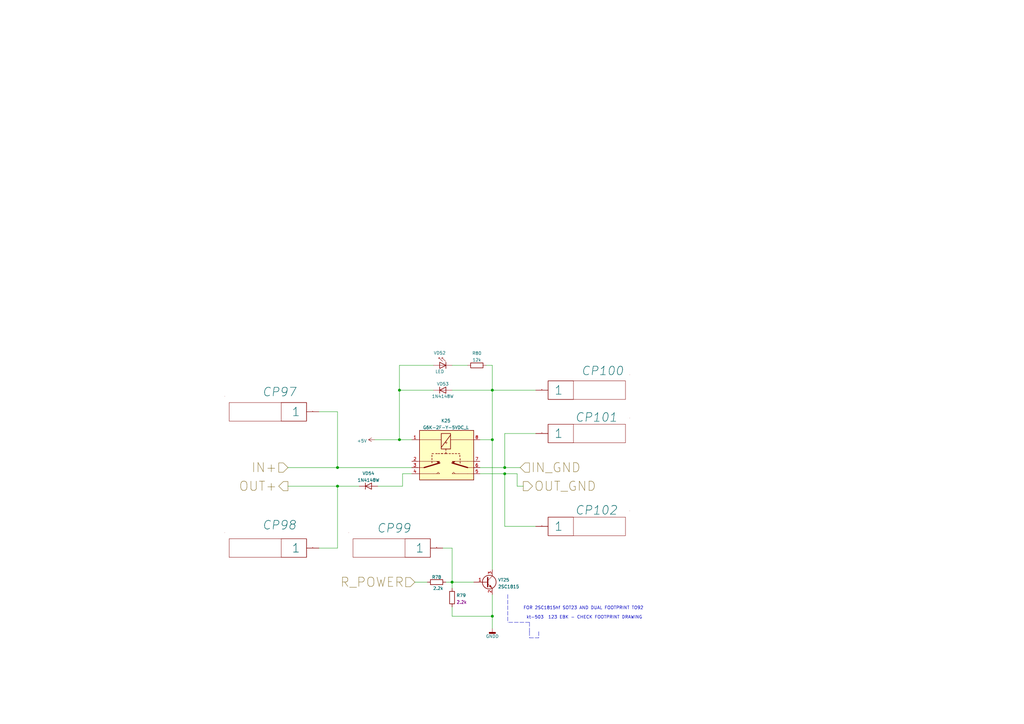
<source format=kicad_sch>
(kicad_sch (version 20210621) (generator eeschema)

  (uuid a390c40a-aa60-472e-b207-21925f174bb1)

  (paper "A3")

  (title_block
    (title "Seebeck measurement system (longitudinally)")
    (comment 1 "RUST.ZM-12.402.01.00")
  )

  (lib_symbols
    (symbol "my_Library:12k" (pin_numbers hide) (pin_names (offset 0)) (in_bom yes) (on_board yes)
      (property "Reference" "R" (id 0) (at 0 2.032 0)
        (effects (font (size 1.27 1.27)))
      )
      (property "Value" "12k" (id 1) (at 0.635 -2.54 0)
        (effects (font (size 1.27 1.27)))
      )
      (property "Footprint" "my_Library_ftprint:R_0805_2012Metric" (id 2) (at 0 -1.778 0)
        (effects (font (size 1.27 1.27)) hide)
      )
      (property "Datasheet" "~" (id 3) (at 0 0 90)
        (effects (font (size 1.27 1.27)) hide)
      )
      (property "ki_keywords" "R res resistor" (id 4) (at 0 0 0)
        (effects (font (size 1.27 1.27)) hide)
      )
      (property "ki_description" "Resistor" (id 5) (at 0 0 0)
        (effects (font (size 1.27 1.27)) hide)
      )
      (property "ki_fp_filters" "R_*" (id 6) (at 0 0 0)
        (effects (font (size 1.27 1.27)) hide)
      )
      (symbol "12k_0_1"
        (rectangle (start 2.54 -1.016) (end -2.54 1.016)
          (stroke (width 0.254)) (fill (type none))
        )
      )
      (symbol "12k_1_1"
        (pin passive line (at -3.81 0 0) (length 1.27)
          (name "~" (effects (font (size 1.27 1.27))))
          (number "1" (effects (font (size 1.27 1.27))))
        )
        (pin passive line (at 3.81 0 180) (length 1.27)
          (name "~" (effects (font (size 1.27 1.27))))
          (number "2" (effects (font (size 1.27 1.27))))
        )
      )
    )
    (symbol "my_Library:1N4148W" (pin_numbers hide) (pin_names (offset 1.016) hide) (in_bom yes) (on_board yes)
      (property "Reference" "VD" (id 0) (at 0 2.54 0)
        (effects (font (size 1.27 1.27)))
      )
      (property "Value" "1N4148W" (id 1) (at 0 -2.54 0)
        (effects (font (size 1.27 1.27)))
      )
      (property "Footprint" "my_Library_ftprint:D_SOD-123" (id 2) (at 0 -4.445 0)
        (effects (font (size 1.27 1.27)) hide)
      )
      (property "Datasheet" "https://assets.nexperia.com/documents/data-sheet/1N4148_1N4448.pdf" (id 3) (at 0 0 0)
        (effects (font (size 1.27 1.27)) hide)
      )
      (property "ki_keywords" "diode" (id 4) (at 0 0 0)
        (effects (font (size 1.27 1.27)) hide)
      )
      (property "ki_description" "100V 0.15A standard switching diode, DO-35" (id 5) (at 0 0 0)
        (effects (font (size 1.27 1.27)) hide)
      )
      (property "ki_fp_filters" "D*DO?35*" (id 6) (at 0 0 0)
        (effects (font (size 1.27 1.27)) hide)
      )
      (symbol "1N4148W_0_1"
        (polyline
          (pts
            (xy -1.27 1.27)
            (xy -1.27 -1.27)
          )
          (stroke (width 0.254)) (fill (type none))
        )
        (polyline
          (pts
            (xy 1.27 0)
            (xy -1.27 0)
          )
          (stroke (width 0)) (fill (type none))
        )
        (polyline
          (pts
            (xy 1.27 1.27)
            (xy 1.27 -1.27)
            (xy -1.27 0)
            (xy 1.27 1.27)
          )
          (stroke (width 0.254)) (fill (type none))
        )
      )
      (symbol "1N4148W_1_1"
        (pin passive line (at -3.81 0 0) (length 2.54)
          (name "K" (effects (font (size 1.27 1.27))))
          (number "1" (effects (font (size 1.27 1.27))))
        )
        (pin passive line (at 3.81 0 180) (length 2.54)
          (name "A" (effects (font (size 1.27 1.27))))
          (number "2" (effects (font (size 1.27 1.27))))
        )
      )
    )
    (symbol "my_Library:2.2k" (pin_numbers hide) (pin_names (offset 0)) (in_bom yes) (on_board yes)
      (property "Reference" "R" (id 0) (at 0 2.032 0)
        (effects (font (size 1.27 1.27)))
      )
      (property "Value" "2.2k" (id 1) (at 0.635 -2.54 0)
        (effects (font (size 1.27 1.27)))
      )
      (property "Footprint" "my_Library_ftprint:R_0805_2012Metric" (id 2) (at 0 -1.778 0)
        (effects (font (size 1.27 1.27)) hide)
      )
      (property "Datasheet" "~" (id 3) (at 0 0 90)
        (effects (font (size 1.27 1.27)) hide)
      )
      (property "ki_keywords" "R res resistor" (id 4) (at 0 0 0)
        (effects (font (size 1.27 1.27)) hide)
      )
      (property "ki_description" "Resistor" (id 5) (at 0 0 0)
        (effects (font (size 1.27 1.27)) hide)
      )
      (property "ki_fp_filters" "R_*" (id 6) (at 0 0 0)
        (effects (font (size 1.27 1.27)) hide)
      )
      (symbol "2.2k_0_1"
        (rectangle (start 2.54 -1.016) (end -2.54 1.016)
          (stroke (width 0.254)) (fill (type none))
        )
      )
      (symbol "2.2k_1_1"
        (pin passive line (at -3.81 0 0) (length 1.27)
          (name "~" (effects (font (size 1.27 1.27))))
          (number "1" (effects (font (size 1.27 1.27))))
        )
        (pin passive line (at 3.81 0 180) (length 1.27)
          (name "~" (effects (font (size 1.27 1.27))))
          (number "2" (effects (font (size 1.27 1.27))))
        )
      )
    )
    (symbol "my_Library:2.2kvert" (pin_numbers hide) (pin_names (offset 0)) (in_bom yes) (on_board yes)
      (property "Reference" "R" (id 0) (at 3.175 1.905 0)
        (effects (font (size 1.27 1.27)))
      )
      (property "Value" "2.2kvert" (id 1) (at -7.62 0 0)
        (effects (font (size 1.27 1.27)) hide)
      )
      (property "Footprint" "my_Library_ftprint:R_0805_2012Metric" (id 2) (at -1.778 0 90)
        (effects (font (size 1.27 1.27)) hide)
      )
      (property "Datasheet" "~" (id 3) (at 0 0 0)
        (effects (font (size 1.27 1.27)) hide)
      )
      (property "volume" "2.2k" (id 4) (at 3.81 -1.27 0)
        (effects (font (size 1.27 1.27)))
      )
      (property "Field5" "" (id 5) (at 0 0 0)
        (effects (font (size 1.27 1.27)))
      )
      (property "ki_keywords" "R res resistor" (id 6) (at 0 0 0)
        (effects (font (size 1.27 1.27)) hide)
      )
      (property "ki_description" "Resistor" (id 7) (at 0 0 0)
        (effects (font (size 1.27 1.27)) hide)
      )
      (property "ki_fp_filters" "R_*" (id 8) (at 0 0 0)
        (effects (font (size 1.27 1.27)) hide)
      )
      (symbol "2.2kvert_0_1"
        (rectangle (start -1.016 -2.54) (end 1.016 2.54)
          (stroke (width 0.254)) (fill (type none))
        )
      )
      (symbol "2.2kvert_1_1"
        (pin passive line (at 0 3.81 270) (length 1.27)
          (name "~" (effects (font (size 1.27 1.27))))
          (number "1" (effects (font (size 1.27 1.27))))
        )
        (pin passive line (at 0 -3.81 90) (length 1.27)
          (name "~" (effects (font (size 1.27 1.27))))
          (number "2" (effects (font (size 1.27 1.27))))
        )
      )
    )
    (symbol "my_Library:2SC1815" (pin_names (offset 0) hide) (in_bom yes) (on_board yes)
      (property "Reference" "VT" (id 0) (at 5.08 1.905 0)
        (effects (font (size 1.27 1.27)) (justify left))
      )
      (property "Value" "2SC1815" (id 1) (at 5.08 0 0)
        (effects (font (size 1.27 1.27)) (justify left))
      )
      (property "Footprint" "my_Library_ftprint:SOT-23_MY_C_E_Silk" (id 2) (at 5.08 -1.905 0)
        (effects (font (size 1.27 1.27) italic) (justify left) hide)
      )
      (property "Datasheet" "https://media.digikey.com/pdf/Data%20Sheets/Toshiba%20PDFs/2SC1815.pdf" (id 3) (at 0 0 0)
        (effects (font (size 1.27 1.27)) (justify left) hide)
      )
      (property "ki_keywords" "Low Noise Audio NPN Transistor" (id 4) (at 0 0 0)
        (effects (font (size 1.27 1.27)) hide)
      )
      (property "ki_description" "0.15A Ic, 50V Vce, Low Noise Audio NPN Transistor, TO-92" (id 5) (at 0 0 0)
        (effects (font (size 1.27 1.27)) hide)
      )
      (property "ki_fp_filters" "TO?92*" (id 6) (at 0 0 0)
        (effects (font (size 1.27 1.27)) hide)
      )
      (symbol "2SC1815_0_1"
        (circle (center 1.27 0) (radius 2.8194) (stroke (width 0.254)) (fill (type none)))
        (polyline
          (pts
            (xy 0 0)
            (xy 0.508 0)
          )
          (stroke (width 0)) (fill (type none))
        )
        (polyline
          (pts
            (xy 0.635 0.635)
            (xy 2.54 2.54)
          )
          (stroke (width 0)) (fill (type none))
        )
        (polyline
          (pts
            (xy 0.635 -0.635)
            (xy 2.54 -2.54)
            (xy 2.54 -2.54)
          )
          (stroke (width 0)) (fill (type none))
        )
        (polyline
          (pts
            (xy 0.635 1.905)
            (xy 0.635 -1.905)
            (xy 0.635 -1.905)
          )
          (stroke (width 0.508)) (fill (type none))
        )
        (polyline
          (pts
            (xy 1.27 -1.778)
            (xy 1.778 -1.27)
            (xy 2.286 -2.286)
            (xy 1.27 -1.778)
            (xy 1.27 -1.778)
          )
          (stroke (width 0)) (fill (type outline))
        )
      )
      (symbol "2SC1815_1_1"
        (pin input line (at -5.08 0 0) (length 5.08)
          (name "B" (effects (font (size 1.27 1.27))))
          (number "1" (effects (font (size 1.27 1.27))))
        )
        (pin passive line (at 2.54 -5.08 90) (length 2.54)
          (name "E" (effects (font (size 1.27 1.27))))
          (number "2" (effects (font (size 1.27 1.27))))
        )
        (pin passive line (at 2.54 5.08 270) (length 2.54)
          (name "C" (effects (font (size 1.27 1.27))))
          (number "3" (effects (font (size 1.27 1.27))))
        )
      )
    )
    (symbol "my_Library:CP_L" (pin_names (offset 2.54)) (in_bom yes) (on_board yes)
      (property "Reference" "CP" (id 0) (at -21.336 7.874 0)
        (effects (font (size 3.556 3.556) italic))
      )
      (property "Value" "CP_L" (id 1) (at -101.6 0 0)
        (effects (font (size 2.0066 2.0066) italic) hide)
      )
      (property "Footprint" "my_Library_ftprint:PinHeader_1x01_P2.54mm_Vertical" (id 2) (at -101.6 -2.54 0)
        (effects (font (size 2.0066 2.0066) italic) hide)
      )
      (property "Datasheet" "" (id 3) (at -101.6 -5.08 0)
        (effects (font (size 2.0066 2.0066) italic) hide)
      )
      (property "ValueName" "ВИЛКА НА ПЛАТУ 2.5 ММ ШАГ" (id 4) (at -21.336 -23.622 0)
        (effects (font (size 2.0066 2.0066) italic) hide)
      )
      (property "ValueGroup" "Соединители" (id 5) (at -101.6 -7.62 0)
        (effects (font (size 2.0066 2.0066) italic) hide)
      )
      (property "ValueGOST" "розетка СНП346-5PП21-1" (id 6) (at -101.6 -10.16 0)
        (effects (font (size 2.0066 2.0066) italic) hide)
      )
      (property "ValueTU" "РЮМК.430420.011ТУ" (id 7) (at -101.6 -12.7 0)
        (effects (font (size 2.0066 2.0066) italic) hide)
      )
      (property "ValueManufacturer" "ф. АО «Электродеталь»" (id 8) (at -101.6 -15.24 0)
        (effects (font (size 2.0066 2.0066) italic) hide)
      )
      (property "ValueTemp_1" "РЮМК.430420.011ТУ" (id 9) (at -101.6 -17.78 0)
        (effects (font (size 2.0066 2.0066) italic) hide)
      )
      (property "ValueSupplier" "ф. АО «Электродеталь»" (id 10) (at -101.6 -20.32 0)
        (effects (font (size 2.0066 2.0066) italic) hide)
      )
      (property "ValueAnalog" "PLD-10 DS-1021" (id 11) (at -101.6 -22.86 0)
        (effects (font (size 2.0066 2.0066) italic) hide)
      )
      (property "ValueTemperature" "от минус 60 ⁰C до + 85 ⁰C" (id 12) (at -101.6 -25.4 0)
        (effects (font (size 2.0066 2.0066) italic) hide)
      )
      (property "ValueNote" "-" (id 13) (at -101.6 -27.94 0)
        (effects (font (size 2.0066 2.0066) italic) hide)
      )
      (property "ValueTemp_2" "-" (id 14) (at -101.6 -30.48 0)
        (effects (font (size 2.0066 2.0066) italic) hide)
      )
      (property "ValueTemp_3" "-" (id 15) (at -101.6 -33.02 0)
        (effects (font (size 2.0066 2.0066) italic) hide)
      )
      (property "ValueTemp_4" "-" (id 16) (at -101.6 -35.56 0)
        (effects (font (size 2.0066 2.0066) italic) hide)
      )
      (property "ValueTemp_5" "-" (id 17) (at -101.6 -38.1 0)
        (effects (font (size 2.0066 2.0066) italic) hide)
      )
      (property "PIN1" "  " (id 18) (at -12.6362 37.9594 0)
        (effects (font (size 2.0066 2.0066) italic))
      )
      (property "PIN2" "   " (id 19) (at -12.6362 33.7224 0)
        (effects (font (size 2.0066 2.0066) italic))
      )
      (property "PIN3" " " (id 20) (at -12.6362 29.4854 0)
        (effects (font (size 2.0066 2.0066) italic))
      )
      (property "PIN4" "  " (id 21) (at -12.6362 25.2484 0)
        (effects (font (size 2.0066 2.0066) italic))
      )
      (property "PIN5" " " (id 22) (at -12.6362 21.0114 0)
        (effects (font (size 2.0066 2.0066) italic))
      )
      (property "ki_fp_filters" "[LTM][FP][Connectors][SNP346]:[LTM][X]*" (id 23) (at 0 0 0)
        (effects (font (size 1.27 1.27)) hide)
      )
      (symbol "CP_L_0_0"
        (pin passive line (at 0 0 180) (length 5.08)
          (name "1" (effects (font (size 3.556 3.556))))
          (number "1" (effects (font (size 0.0254 0.0254))))
        )
      )
      (symbol "CP_L_1_1"
        (text " " (at 9.906 -12.7 0)
          (effects (font (size 2.0066 2.0066) italic))
        )
        (text " " (at 9.906 -7.62 0)
          (effects (font (size 2.0066 2.0066) italic))
        )
        (text " " (at 9.906 -2.54 0)
          (effects (font (size 2.0066 2.0066) italic))
        )
        (text " " (at 9.906 2.54 0)
          (effects (font (size 2.0066 2.0066) italic))
        )
        (text " " (at 9.906 17.78 0)
          (effects (font (size 2.0066 2.0066) italic))
        )
        (text " " (at 12.446 -34.29 0)
          (effects (font (size 2.0066 2.0066) italic))
        )
        (text " " (at 12.446 -29.21 0)
          (effects (font (size 2.0066 2.0066) italic))
        )
        (text " " (at 12.446 -24.13 0)
          (effects (font (size 2.0066 2.0066) italic))
        )
        (rectangle (start -38.608 6.35) (end -38.608 6.35)
          (stroke (width 0)) (fill (type none))
        )
        (rectangle (start -36.83 3.81) (end -5.08 -3.81)
          (stroke (width 0)) (fill (type none))
        )
        (rectangle (start -15.494 3.81) (end -5.08 -3.81)
          (stroke (width 0)) (fill (type none))
        )
      )
    )
    (symbol "my_Library:CP_R" (pin_names (offset 2.54)) (in_bom yes) (on_board yes)
      (property "Reference" "CP" (id 0) (at -21.336 7.874 0)
        (effects (font (size 3.556 3.556) italic))
      )
      (property "Value" "CP_R" (id 1) (at -101.6 0 0)
        (effects (font (size 2.0066 2.0066) italic) hide)
      )
      (property "Footprint" "my_Library_ftprint:PinHeader_1x01_P2.54mm_Vertical" (id 2) (at -101.6 -2.54 0)
        (effects (font (size 2.0066 2.0066) italic) hide)
      )
      (property "Datasheet" "" (id 3) (at -101.6 -5.08 0)
        (effects (font (size 2.0066 2.0066) italic) hide)
      )
      (property "ValueName" "ВИЛКА НА ПЛАТУ 2.5 ММ ШАГ" (id 4) (at -21.336 -23.622 0)
        (effects (font (size 2.0066 2.0066) italic) hide)
      )
      (property "ValueGroup" "Соединители" (id 5) (at -101.6 -7.62 0)
        (effects (font (size 2.0066 2.0066) italic) hide)
      )
      (property "ValueGOST" "розетка СНП346-5PП21-1" (id 6) (at -101.6 -10.16 0)
        (effects (font (size 2.0066 2.0066) italic) hide)
      )
      (property "ValueTU" "РЮМК.430420.011ТУ" (id 7) (at -101.6 -12.7 0)
        (effects (font (size 2.0066 2.0066) italic) hide)
      )
      (property "ValueManufacturer" "ф. АО «Электродеталь»" (id 8) (at -101.6 -15.24 0)
        (effects (font (size 2.0066 2.0066) italic) hide)
      )
      (property "ValueTemp_1" "РЮМК.430420.011ТУ" (id 9) (at -101.6 -17.78 0)
        (effects (font (size 2.0066 2.0066) italic) hide)
      )
      (property "ValueSupplier" "ф. АО «Электродеталь»" (id 10) (at -101.6 -20.32 0)
        (effects (font (size 2.0066 2.0066) italic) hide)
      )
      (property "ValueAnalog" "PLD-10 DS-1021" (id 11) (at -101.6 -22.86 0)
        (effects (font (size 2.0066 2.0066) italic) hide)
      )
      (property "ValueTemperature" "от минус 60 ⁰C до + 85 ⁰C" (id 12) (at -101.6 -25.4 0)
        (effects (font (size 2.0066 2.0066) italic) hide)
      )
      (property "ValueNote" "-" (id 13) (at -101.6 -27.94 0)
        (effects (font (size 2.0066 2.0066) italic) hide)
      )
      (property "ValueTemp_2" "-" (id 14) (at -101.6 -30.48 0)
        (effects (font (size 2.0066 2.0066) italic) hide)
      )
      (property "ValueTemp_3" "-" (id 15) (at -101.6 -33.02 0)
        (effects (font (size 2.0066 2.0066) italic) hide)
      )
      (property "ValueTemp_4" "-" (id 16) (at -101.6 -35.56 0)
        (effects (font (size 2.0066 2.0066) italic) hide)
      )
      (property "ValueTemp_5" "-" (id 17) (at -101.6 -38.1 0)
        (effects (font (size 2.0066 2.0066) italic) hide)
      )
      (property "PIN1" "  " (id 18) (at -12.6362 37.9594 0)
        (effects (font (size 2.0066 2.0066) italic))
      )
      (property "PIN2" "   " (id 19) (at -12.6362 33.7224 0)
        (effects (font (size 2.0066 2.0066) italic))
      )
      (property "PIN3" " " (id 20) (at -12.6362 29.4854 0)
        (effects (font (size 2.0066 2.0066) italic))
      )
      (property "PIN4" "  " (id 21) (at -12.6362 25.2484 0)
        (effects (font (size 2.0066 2.0066) italic))
      )
      (property "PIN5" " " (id 22) (at -12.6362 21.0114 0)
        (effects (font (size 2.0066 2.0066) italic))
      )
      (property "ki_fp_filters" "[LTM][FP][Connectors][SNP346]:[LTM][X]*" (id 23) (at 0 0 0)
        (effects (font (size 1.27 1.27)) hide)
      )
      (symbol "CP_R_0_0"
        (pin passive line (at 0 0 180) (length 5.08)
          (name "1" (effects (font (size 3.556 3.556))))
          (number "1" (effects (font (size 0.0254 0.0254))))
        )
      )
      (symbol "CP_R_1_1"
        (text " " (at 9.906 -12.7 0)
          (effects (font (size 2.0066 2.0066) italic))
        )
        (text " " (at 9.906 -7.62 0)
          (effects (font (size 2.0066 2.0066) italic))
        )
        (text " " (at 9.906 -2.54 0)
          (effects (font (size 2.0066 2.0066) italic))
        )
        (text " " (at 9.906 2.54 0)
          (effects (font (size 2.0066 2.0066) italic))
        )
        (text " " (at 9.906 17.78 0)
          (effects (font (size 2.0066 2.0066) italic))
        )
        (text " " (at 12.446 -34.29 0)
          (effects (font (size 2.0066 2.0066) italic))
        )
        (text " " (at 12.446 -29.21 0)
          (effects (font (size 2.0066 2.0066) italic))
        )
        (text " " (at 12.446 -24.13 0)
          (effects (font (size 2.0066 2.0066) italic))
        )
        (rectangle (start -38.608 6.35) (end -38.608 6.35)
          (stroke (width 0)) (fill (type none))
        )
        (rectangle (start -36.83 3.81) (end -5.08 -3.81)
          (stroke (width 0)) (fill (type none))
        )
        (rectangle (start -15.494 3.81) (end -5.08 -3.81)
          (stroke (width 0)) (fill (type none))
        )
      )
    )
    (symbol "my_Library:G6K-2F-Y-5VDC_L" (in_bom yes) (on_board yes)
      (property "Reference" "K" (id 0) (at 16.51 7.62 0)
        (effects (font (size 1.27 1.27)) (justify left))
      )
      (property "Value" "G6K-2F-Y-5VDC_L" (id 1) (at 8.255 -19.05 0)
        (effects (font (size 1.27 1.27)) (justify left))
      )
      (property "Footprint" "my_Library_ftprint:Relay_DPDT_Omron_G6K-2F-Y" (id 2) (at -11.43 -19.685 0)
        (effects (font (size 1.27 1.27)) (justify left) hide)
      )
      (property "Datasheet" "http://omronfs.omron.com/en_US/ecb/products/pdf/en-g6k.pdf" (id 3) (at 11.43 -26.67 0)
        (effects (font (size 1.27 1.27)) hide)
      )
      (property "ki_keywords" "Miniature Relay Dual Pole DPDT Omron" (id 4) (at 0 0 0)
        (effects (font (size 1.27 1.27)) hide)
      )
      (property "ki_description" "Miniature 2-pole relay, Single-side Stable" (id 5) (at 0 0 0)
        (effects (font (size 1.27 1.27)) hide)
      )
      (property "ki_fp_filters" "Relay*DPDT*Omron*G6K?2*" (id 6) (at 0 0 0)
        (effects (font (size 1.27 1.27)) hide)
      )
      (symbol "G6K-2F-Y-5VDC_L_0_0"
        (text "+" (at 13.97 -1.27 900)
          (effects (font (size 1.27 1.27)))
        )
      )
      (symbol "G6K-2F-Y-5VDC_L_0_1"
        (rectangle (start 12.065 2.54) (end 15.875 -3.81)
          (stroke (width 0.254)) (fill (type none))
        )
        (rectangle (start 3.175 3.81) (end 25.4 -16.51)
          (stroke (width 0.254)) (fill (type background))
        )
        (polyline
          (pts
            (xy 5.08 -11.43)
            (xy 2.54 -11.43)
          )
          (stroke (width 0)) (fill (type none))
        )
        (polyline
          (pts
            (xy 5.08 -11.43)
            (xy 11.43 -9.525)
          )
          (stroke (width 0.508)) (fill (type none))
        )
        (polyline
          (pts
            (xy 8.255 -8.89)
            (xy 8.255 -9.525)
          )
          (stroke (width 0.254)) (fill (type none))
        )
        (polyline
          (pts
            (xy 8.255 -7.62)
            (xy 8.255 -8.255)
          )
          (stroke (width 0.254)) (fill (type none))
        )
        (polyline
          (pts
            (xy 8.255 -6.35)
            (xy 8.255 -6.985)
          )
          (stroke (width 0.254)) (fill (type none))
        )
        (polyline
          (pts
            (xy 8.255 -5.715)
            (xy 8.89 -5.715)
          )
          (stroke (width 0.254)) (fill (type none))
        )
        (polyline
          (pts
            (xy 8.89 -13.97)
            (xy 2.54 -13.97)
          )
          (stroke (width 0.1524)) (fill (type none))
        )
        (polyline
          (pts
            (xy 8.89 -8.89)
            (xy 2.54 -8.89)
          )
          (stroke (width 0.1524)) (fill (type none))
        )
        (polyline
          (pts
            (xy 9.779 -5.715)
            (xy 10.414 -5.715)
          )
          (stroke (width 0.254)) (fill (type none))
        )
        (polyline
          (pts
            (xy 10.795 -5.715)
            (xy 11.43 -5.715)
          )
          (stroke (width 0.254)) (fill (type none))
        )
        (polyline
          (pts
            (xy 12.065 -5.715)
            (xy 12.7 -5.715)
          )
          (stroke (width 0.254)) (fill (type none))
        )
        (polyline
          (pts
            (xy 12.065 -5.715)
            (xy 12.7 -5.715)
          )
          (stroke (width 0.254)) (fill (type none))
        )
        (polyline
          (pts
            (xy 13.335 -5.715)
            (xy 13.97 -5.715)
          )
          (stroke (width 0.254)) (fill (type none))
        )
        (polyline
          (pts
            (xy 13.97 -5.715)
            (xy 14.605 -5.715)
          )
          (stroke (width 0.254)) (fill (type none))
        )
        (polyline
          (pts
            (xy 13.97 -5.08)
            (xy 13.97 -5.715)
          )
          (stroke (width 0.254)) (fill (type none))
        )
        (polyline
          (pts
            (xy 13.97 -3.81)
            (xy 13.97 -4.445)
          )
          (stroke (width 0.254)) (fill (type none))
        )
        (polyline
          (pts
            (xy 15.24 -5.715)
            (xy 15.875 -5.715)
          )
          (stroke (width 0.254)) (fill (type none))
        )
        (polyline
          (pts
            (xy 15.875 0)
            (xy 25.4 0)
          )
          (stroke (width 0.1524)) (fill (type none))
        )
        (polyline
          (pts
            (xy 15.875 1.905)
            (xy 12.065 -3.175)
          )
          (stroke (width 0.254)) (fill (type none))
        )
        (polyline
          (pts
            (xy 16.51 -5.715)
            (xy 17.145 -5.715)
          )
          (stroke (width 0.254)) (fill (type none))
        )
        (polyline
          (pts
            (xy 17.78 -5.715)
            (xy 18.415 -5.715)
          )
          (stroke (width 0.254)) (fill (type none))
        )
        (polyline
          (pts
            (xy 19.05 -5.715)
            (xy 19.685 -5.715)
          )
          (stroke (width 0.254)) (fill (type none))
        )
        (polyline
          (pts
            (xy 19.685 -6.35)
            (xy 19.685 -6.985)
          )
          (stroke (width 0.254)) (fill (type none))
        )
        (polyline
          (pts
            (xy 19.812 -9.017)
            (xy 19.812 -9.652)
          )
          (stroke (width 0.254)) (fill (type none))
        )
        (polyline
          (pts
            (xy 19.812 -7.747)
            (xy 19.812 -8.382)
          )
          (stroke (width 0.254)) (fill (type none))
        )
        (polyline
          (pts
            (xy 22.86 -13.97)
            (xy 19.05 -13.97)
          )
          (stroke (width 0.1524)) (fill (type none))
        )
        (polyline
          (pts
            (xy 22.86 -11.43)
            (xy 16.51 -9.525)
          )
          (stroke (width 0.508)) (fill (type none))
        )
        (polyline
          (pts
            (xy 22.86 -11.43)
            (xy 25.4 -11.43)
          )
          (stroke (width 0.1524)) (fill (type none))
        )
        (polyline
          (pts
            (xy 22.86 -8.89)
            (xy 19.05 -8.89)
          )
          (stroke (width 0.1524)) (fill (type none))
        )
        (polyline
          (pts
            (xy 25.4 -13.97)
            (xy 22.86 -13.97)
          )
          (stroke (width 0.1524)) (fill (type none))
        )
        (polyline
          (pts
            (xy 25.4 -8.89)
            (xy 22.86 -8.89)
          )
          (stroke (width 0.1524)) (fill (type none))
        )
        (polyline
          (pts
            (xy 12.065 0)
            (xy 2.54 0)
            (xy 3.81 0)
          )
          (stroke (width 0.1524)) (fill (type none))
        )
        (polyline
          (pts
            (xy 8.89 -13.97)
            (xy 11.43 -13.97)
            (xy 10.795 -13.335)
            (xy 10.16 -13.97)
          )
          (stroke (width 0)) (fill (type none))
        )
        (polyline
          (pts
            (xy 19.05 -13.97)
            (xy 16.51 -13.97)
            (xy 17.145 -13.335)
            (xy 17.78 -13.97)
          )
          (stroke (width 0)) (fill (type none))
        )
        (polyline
          (pts
            (xy 8.89 -8.89)
            (xy 11.43 -8.89)
            (xy 10.795 -9.525)
            (xy 10.16 -8.89)
          )
          (stroke (width 0)) (fill (type outline))
        )
        (polyline
          (pts
            (xy 19.05 -8.89)
            (xy 16.51 -8.89)
            (xy 17.145 -9.525)
            (xy 17.78 -8.89)
          )
          (stroke (width 0)) (fill (type outline))
        )
      )
      (symbol "G6K-2F-Y-5VDC_L_1_1"
        (pin passive line (at 0 0 0) (length 2.54)
          (name "~" (effects (font (size 1.27 1.27))))
          (number "1" (effects (font (size 1.27 1.27))))
        )
        (pin passive line (at 0 -8.89 0) (length 2.54)
          (name "~" (effects (font (size 1.27 1.27))))
          (number "2" (effects (font (size 1.27 1.27))))
        )
        (pin passive line (at 0 -11.43 0) (length 2.54)
          (name "~" (effects (font (size 1.27 1.27))))
          (number "3" (effects (font (size 1.27 1.27))))
        )
        (pin passive line (at 0 -13.97 0) (length 2.54)
          (name "~" (effects (font (size 1.27 1.27))))
          (number "4" (effects (font (size 1.27 1.27))))
        )
        (pin passive line (at 27.94 -13.97 180) (length 2.54)
          (name "~" (effects (font (size 1.27 1.27))))
          (number "5" (effects (font (size 1.27 1.27))))
        )
        (pin passive line (at 27.94 -11.43 180) (length 2.54)
          (name "~" (effects (font (size 1.27 1.27))))
          (number "6" (effects (font (size 1.27 1.27))))
        )
        (pin passive line (at 27.94 -8.89 180) (length 2.54)
          (name "~" (effects (font (size 1.27 1.27))))
          (number "7" (effects (font (size 1.27 1.27))))
        )
        (pin passive line (at 27.94 0 180) (length 2.54)
          (name "~" (effects (font (size 1.27 1.27))))
          (number "8" (effects (font (size 1.27 1.27))))
        )
      )
    )
    (symbol "my_Library:LED" (pin_numbers hide) (pin_names (offset 1.016) hide) (in_bom yes) (on_board yes)
      (property "Reference" "VD" (id 0) (at 0 5.08 0)
        (effects (font (size 1.27 1.27)))
      )
      (property "Value" "LED" (id 1) (at 0 -2.54 0)
        (effects (font (size 1.27 1.27)))
      )
      (property "Footprint" "my_Library_ftprint:LED_0805_2012Metric" (id 2) (at 1.27 -6.35 0)
        (effects (font (size 1.27 1.27)) hide)
      )
      (property "Datasheet" "http://cdn-reichelt.de/documents/datenblatt/A500/SFH4346.pdf" (id 3) (at -1.27 0 0)
        (effects (font (size 1.27 1.27)) hide)
      )
      (property "ki_keywords" "opto IR LED smd LED 0805" (id 4) (at 0 0 0)
        (effects (font (size 1.27 1.27)) hide)
      )
      (property "ki_description" "smd LED 0805" (id 5) (at 0 0 0)
        (effects (font (size 1.27 1.27)) hide)
      )
      (property "ki_fp_filters" "LED*3.0mm*IRBlack*" (id 6) (at 0 0 0)
        (effects (font (size 1.27 1.27)) hide)
      )
      (symbol "LED_0_1"
        (polyline
          (pts
            (xy -2.54 1.27)
            (xy -2.54 -1.27)
          )
          (stroke (width 0.254)) (fill (type none))
        )
        (polyline
          (pts
            (xy 0 0)
            (xy -2.54 0)
          )
          (stroke (width 0)) (fill (type none))
        )
        (polyline
          (pts
            (xy 0.381 3.175)
            (xy -0.127 3.175)
          )
          (stroke (width 0)) (fill (type none))
        )
        (polyline
          (pts
            (xy -1.143 1.651)
            (xy 0.381 3.175)
            (xy 0.381 2.667)
          )
          (stroke (width 0)) (fill (type none))
        )
        (polyline
          (pts
            (xy 0 1.27)
            (xy -2.54 0)
            (xy 0 -1.27)
            (xy 0 1.27)
          )
          (stroke (width 0.254)) (fill (type none))
        )
        (polyline
          (pts
            (xy -2.413 1.651)
            (xy -0.889 3.175)
            (xy -0.889 2.667)
            (xy -0.889 3.175)
            (xy -1.397 3.175)
          )
          (stroke (width 0)) (fill (type none))
        )
      )
      (symbol "LED_1_1"
        (pin passive line (at -5.08 0 0) (length 2.54)
          (name "K" (effects (font (size 1.27 1.27))))
          (number "1" (effects (font (size 1.27 1.27))))
        )
        (pin passive line (at 2.54 0 180) (length 2.54)
          (name "A" (effects (font (size 1.27 1.27))))
          (number "2" (effects (font (size 1.27 1.27))))
        )
      )
    )
    (symbol "power:+5V" (power) (pin_names (offset 0)) (in_bom yes) (on_board yes)
      (property "Reference" "#PWR" (id 0) (at 0 -3.81 0)
        (effects (font (size 1.27 1.27)) hide)
      )
      (property "Value" "+5V" (id 1) (at 0 3.556 0)
        (effects (font (size 1.27 1.27)))
      )
      (property "Footprint" "" (id 2) (at 0 0 0)
        (effects (font (size 1.27 1.27)) hide)
      )
      (property "Datasheet" "" (id 3) (at 0 0 0)
        (effects (font (size 1.27 1.27)) hide)
      )
      (property "ki_keywords" "power-flag" (id 4) (at 0 0 0)
        (effects (font (size 1.27 1.27)) hide)
      )
      (property "ki_description" "Power symbol creates a global label with name \"+5V\"" (id 5) (at 0 0 0)
        (effects (font (size 1.27 1.27)) hide)
      )
      (symbol "+5V_0_1"
        (polyline
          (pts
            (xy -0.762 1.27)
            (xy 0 2.54)
          )
          (stroke (width 0)) (fill (type none))
        )
        (polyline
          (pts
            (xy 0 0)
            (xy 0 2.54)
          )
          (stroke (width 0)) (fill (type none))
        )
        (polyline
          (pts
            (xy 0 2.54)
            (xy 0.762 1.27)
          )
          (stroke (width 0)) (fill (type none))
        )
      )
      (symbol "+5V_1_1"
        (pin power_in line (at 0 0 90) (length 0) hide
          (name "+5V" (effects (font (size 1.27 1.27))))
          (number "1" (effects (font (size 1.27 1.27))))
        )
      )
    )
    (symbol "power:GNDD" (power) (pin_names (offset 0)) (in_bom yes) (on_board yes)
      (property "Reference" "#PWR" (id 0) (at 0 -6.35 0)
        (effects (font (size 1.27 1.27)) hide)
      )
      (property "Value" "GNDD" (id 1) (at 0 -3.175 0)
        (effects (font (size 1.27 1.27)))
      )
      (property "Footprint" "" (id 2) (at 0 0 0)
        (effects (font (size 1.27 1.27)) hide)
      )
      (property "Datasheet" "" (id 3) (at 0 0 0)
        (effects (font (size 1.27 1.27)) hide)
      )
      (property "ki_keywords" "power-flag" (id 4) (at 0 0 0)
        (effects (font (size 1.27 1.27)) hide)
      )
      (property "ki_description" "Power symbol creates a global label with name \"GNDD\" , digital ground" (id 5) (at 0 0 0)
        (effects (font (size 1.27 1.27)) hide)
      )
      (symbol "GNDD_0_1"
        (rectangle (start -1.27 -1.524) (end 1.27 -2.032)
          (stroke (width 0.254)) (fill (type outline))
        )
        (polyline
          (pts
            (xy 0 0)
            (xy 0 -1.524)
          )
          (stroke (width 0)) (fill (type none))
        )
      )
      (symbol "GNDD_1_1"
        (pin power_in line (at 0 0 270) (length 0) hide
          (name "GNDD" (effects (font (size 1.27 1.27))))
          (number "1" (effects (font (size 1.27 1.27))))
        )
      )
    )
  )

  (junction (at 138.43 191.77) (diameter 1.016) (color 0 0 0 0))
  (junction (at 138.43 199.39) (diameter 1.016) (color 0 0 0 0))
  (junction (at 163.83 160.02) (diameter 1.016) (color 0 0 0 0))
  (junction (at 163.83 180.34) (diameter 1.016) (color 0 0 0 0))
  (junction (at 185.42 238.76) (diameter 1.016) (color 0 0 0 0))
  (junction (at 201.93 160.02) (diameter 1.016) (color 0 0 0 0))
  (junction (at 201.93 180.34) (diameter 1.016) (color 0 0 0 0))
  (junction (at 201.93 252.73) (diameter 1.016) (color 0 0 0 0))
  (junction (at 207.01 191.77) (diameter 1.016) (color 0 0 0 0))
  (junction (at 207.01 194.31) (diameter 1.016) (color 0 0 0 0))

  (wire (pts (xy 118.11 191.77) (xy 138.43 191.77))
    (stroke (width 0) (type solid) (color 0 0 0 0))
    (uuid 2d0bdf92-3804-438d-93e2-9f640e0bb68f)
  )
  (wire (pts (xy 118.11 199.39) (xy 138.43 199.39))
    (stroke (width 0) (type solid) (color 0 0 0 0))
    (uuid e0adcff9-352d-4864-bac5-e8c6f2645545)
  )
  (wire (pts (xy 138.43 168.91) (xy 130.81 168.91))
    (stroke (width 0) (type solid) (color 0 0 0 0))
    (uuid 1e806b88-d565-4284-ba30-d61948b580d2)
  )
  (wire (pts (xy 138.43 168.91) (xy 138.43 191.77))
    (stroke (width 0) (type solid) (color 0 0 0 0))
    (uuid caf8d04e-9074-427c-86c8-7be108f86ece)
  )
  (wire (pts (xy 138.43 191.77) (xy 168.91 191.77))
    (stroke (width 0) (type solid) (color 0 0 0 0))
    (uuid 8ee9b7c0-7492-43d8-b5ec-b1f626cb8eb2)
  )
  (wire (pts (xy 138.43 199.39) (xy 147.32 199.39))
    (stroke (width 0) (type solid) (color 0 0 0 0))
    (uuid 95932cb0-9bb3-4904-967e-3b4945cc02c2)
  )
  (wire (pts (xy 138.43 224.79) (xy 130.81 224.79))
    (stroke (width 0) (type solid) (color 0 0 0 0))
    (uuid eb7216c7-8c22-424b-bcfc-7c48b6de6017)
  )
  (wire (pts (xy 138.43 224.79) (xy 138.43 199.39))
    (stroke (width 0) (type solid) (color 0 0 0 0))
    (uuid f481935c-1eb8-47d7-b6bd-fb78bb30434b)
  )
  (wire (pts (xy 153.67 180.34) (xy 163.83 180.34))
    (stroke (width 0) (type solid) (color 0 0 0 0))
    (uuid 2b2a05e6-302e-4969-b686-32005eb9ae42)
  )
  (wire (pts (xy 154.94 199.39) (xy 165.1 199.39))
    (stroke (width 0) (type solid) (color 0 0 0 0))
    (uuid 95932cb0-9bb3-4904-967e-3b4945cc02c2)
  )
  (wire (pts (xy 163.83 149.86) (xy 163.83 160.02))
    (stroke (width 0) (type solid) (color 0 0 0 0))
    (uuid 4c358332-c070-4725-80d1-3c3dcf5a525e)
  )
  (wire (pts (xy 163.83 149.86) (xy 177.8 149.86))
    (stroke (width 0) (type solid) (color 0 0 0 0))
    (uuid 8f8f233c-83e3-4afa-8ccc-50ab879497b0)
  )
  (wire (pts (xy 163.83 160.02) (xy 163.83 180.34))
    (stroke (width 0) (type solid) (color 0 0 0 0))
    (uuid a15834e8-5f31-46c8-87eb-88e7eac6b434)
  )
  (wire (pts (xy 163.83 180.34) (xy 168.91 180.34))
    (stroke (width 0) (type solid) (color 0 0 0 0))
    (uuid 0eeb8a24-bbf4-4cd3-9eef-32107729b08d)
  )
  (wire (pts (xy 165.1 194.31) (xy 165.1 199.39))
    (stroke (width 0) (type solid) (color 0 0 0 0))
    (uuid 12a801b3-09da-41b0-8ddf-d8a6da253b67)
  )
  (wire (pts (xy 168.91 194.31) (xy 165.1 194.31))
    (stroke (width 0) (type solid) (color 0 0 0 0))
    (uuid 29c48ba3-3888-4666-89c1-ab049b0da133)
  )
  (wire (pts (xy 170.18 238.76) (xy 175.26 238.76))
    (stroke (width 0) (type solid) (color 0 0 0 0))
    (uuid 4291c714-8cd7-4c6e-bf90-df3b4a956bfb)
  )
  (wire (pts (xy 177.8 160.02) (xy 163.83 160.02))
    (stroke (width 0) (type solid) (color 0 0 0 0))
    (uuid 7c675167-b6f0-4c74-a899-68c0ccd36b15)
  )
  (wire (pts (xy 181.61 224.79) (xy 185.42 224.79))
    (stroke (width 0) (type solid) (color 0 0 0 0))
    (uuid 7b6a0216-bc40-46c0-b39c-bb9881bfd0c7)
  )
  (wire (pts (xy 182.88 238.76) (xy 185.42 238.76))
    (stroke (width 0) (type solid) (color 0 0 0 0))
    (uuid 55254280-8500-4a70-9939-054c58d77cd5)
  )
  (wire (pts (xy 185.42 149.86) (xy 191.77 149.86))
    (stroke (width 0) (type solid) (color 0 0 0 0))
    (uuid d331596d-222c-46c5-9efc-6f6f048a4595)
  )
  (wire (pts (xy 185.42 160.02) (xy 201.93 160.02))
    (stroke (width 0) (type solid) (color 0 0 0 0))
    (uuid 6db8d2d1-a115-4d17-b016-586fda70bcd8)
  )
  (wire (pts (xy 185.42 224.79) (xy 185.42 238.76))
    (stroke (width 0) (type solid) (color 0 0 0 0))
    (uuid 1fe54237-1b57-4574-9f17-26b149e4d6bd)
  )
  (wire (pts (xy 185.42 238.76) (xy 185.42 241.3))
    (stroke (width 0) (type solid) (color 0 0 0 0))
    (uuid 67719f89-6f75-4a68-a21f-3a95ef83cddc)
  )
  (wire (pts (xy 185.42 238.76) (xy 194.31 238.76))
    (stroke (width 0) (type solid) (color 0 0 0 0))
    (uuid 29547415-1558-43bf-80fb-353cbc74ec68)
  )
  (wire (pts (xy 185.42 248.92) (xy 185.42 252.73))
    (stroke (width 0) (type solid) (color 0 0 0 0))
    (uuid 1a48ae8f-eb49-472b-9c54-52da1b5013c8)
  )
  (wire (pts (xy 196.85 180.34) (xy 201.93 180.34))
    (stroke (width 0) (type solid) (color 0 0 0 0))
    (uuid 5f58c2c8-42df-46e9-be59-7c5902231994)
  )
  (wire (pts (xy 196.85 191.77) (xy 207.01 191.77))
    (stroke (width 0) (type solid) (color 0 0 0 0))
    (uuid 1182ad66-0ee5-4a2c-81ff-fa459fd285f4)
  )
  (wire (pts (xy 196.85 194.31) (xy 207.01 194.31))
    (stroke (width 0) (type solid) (color 0 0 0 0))
    (uuid 6b4be96c-626d-4f9c-8a89-b538d4b6019a)
  )
  (wire (pts (xy 199.39 149.86) (xy 201.93 149.86))
    (stroke (width 0) (type solid) (color 0 0 0 0))
    (uuid d4ee8531-a434-41da-ba1a-7004e321e29a)
  )
  (wire (pts (xy 201.93 149.86) (xy 201.93 160.02))
    (stroke (width 0) (type solid) (color 0 0 0 0))
    (uuid 58792483-67b6-4331-a1b9-8586a150c0c2)
  )
  (wire (pts (xy 201.93 160.02) (xy 201.93 180.34))
    (stroke (width 0) (type solid) (color 0 0 0 0))
    (uuid 1797a1ca-5f0b-4fa8-ad82-590cca98ff14)
  )
  (wire (pts (xy 201.93 160.02) (xy 219.71 160.02))
    (stroke (width 0) (type solid) (color 0 0 0 0))
    (uuid 0dd945bf-1e6a-40fd-909f-2d398fabd4d3)
  )
  (wire (pts (xy 201.93 180.34) (xy 201.93 233.68))
    (stroke (width 0) (type solid) (color 0 0 0 0))
    (uuid 114ead60-1a16-45e5-98e7-dcfed4234093)
  )
  (wire (pts (xy 201.93 243.84) (xy 201.93 252.73))
    (stroke (width 0) (type solid) (color 0 0 0 0))
    (uuid 1d4e143f-9bd2-434b-bfac-7baef666cb68)
  )
  (wire (pts (xy 201.93 252.73) (xy 185.42 252.73))
    (stroke (width 0) (type solid) (color 0 0 0 0))
    (uuid 837d430b-94fd-416b-90b6-1f786e74ff98)
  )
  (wire (pts (xy 201.93 252.73) (xy 201.93 257.81))
    (stroke (width 0) (type solid) (color 0 0 0 0))
    (uuid f7c65744-a632-4105-a6de-1d02494b69d0)
  )
  (wire (pts (xy 207.01 177.8) (xy 207.01 191.77))
    (stroke (width 0) (type solid) (color 0 0 0 0))
    (uuid 0ba183f6-e2a1-405e-98fa-74b9bc67a1e0)
  )
  (wire (pts (xy 207.01 191.77) (xy 213.36 191.77))
    (stroke (width 0) (type solid) (color 0 0 0 0))
    (uuid 1182ad66-0ee5-4a2c-81ff-fa459fd285f4)
  )
  (wire (pts (xy 207.01 194.31) (xy 212.09 194.31))
    (stroke (width 0) (type solid) (color 0 0 0 0))
    (uuid 6b4be96c-626d-4f9c-8a89-b538d4b6019a)
  )
  (wire (pts (xy 207.01 215.9) (xy 207.01 194.31))
    (stroke (width 0) (type solid) (color 0 0 0 0))
    (uuid 5784c843-b2b0-4814-ba63-661c1af017ce)
  )
  (wire (pts (xy 212.09 194.31) (xy 212.09 199.39))
    (stroke (width 0) (type solid) (color 0 0 0 0))
    (uuid 6b4be96c-626d-4f9c-8a89-b538d4b6019a)
  )
  (wire (pts (xy 212.09 199.39) (xy 214.63 199.39))
    (stroke (width 0) (type solid) (color 0 0 0 0))
    (uuid 6b4be96c-626d-4f9c-8a89-b538d4b6019a)
  )
  (wire (pts (xy 219.71 177.8) (xy 207.01 177.8))
    (stroke (width 0) (type solid) (color 0 0 0 0))
    (uuid 0ba183f6-e2a1-405e-98fa-74b9bc67a1e0)
  )
  (wire (pts (xy 219.71 215.9) (xy 207.01 215.9))
    (stroke (width 0) (type solid) (color 0 0 0 0))
    (uuid 5784c843-b2b0-4814-ba63-661c1af017ce)
  )
  (polyline (pts (xy 208.28 243.84) (xy 208.28 255.27))
    (stroke (width 0) (type dash) (color 0 0 0 0))
    (uuid 9794b2c3-00f5-4a90-861a-d5dfade3fc0b)
  )
  (polyline (pts (xy 217.17 255.27) (xy 208.28 255.27))
    (stroke (width 0) (type dash) (color 0 0 0 0))
    (uuid 07b98e69-62d5-41f6-abf9-c8c8a1c8d910)
  )
  (polyline (pts (xy 217.17 255.27) (xy 217.17 259.08))
    (stroke (width 0) (type dash) (color 0 0 0 0))
    (uuid 5f677b19-7694-407a-9fca-43fc99f31a0b)
  )
  (polyline (pts (xy 217.17 259.08) (xy 217.17 261.62))
    (stroke (width 0) (type dash) (color 0 0 0 0))
    (uuid 17394490-0890-4983-86f5-dee328f2ef08)
  )
  (polyline (pts (xy 217.17 261.62) (xy 220.98 261.62))
    (stroke (width 0) (type dash) (color 0 0 0 0))
    (uuid df920b68-7e39-457e-8140-f369f07fec4c)
  )
  (polyline (pts (xy 220.98 259.08) (xy 220.98 261.62))
    (stroke (width 0) (type dash) (color 0 0 0 0))
    (uuid 33d857ad-0460-40d6-9b38-327c5591d5d5)
  )

  (text "FOR 2SC1815hf SOT23 AND DUAL FOOTPRINT TO92" (at 214.63 250.19 0)
    (effects (font (size 1.27 1.27)) (justify left bottom))
    (uuid f35e5011-dd4a-4b83-8246-165d5f75a4b6)
  )
  (text "kt-503  123 EBK - CHECK FOOTPRINT DRAWING" (at 215.9 254 0)
    (effects (font (size 1.27 1.27)) (justify left bottom))
    (uuid 98410c7c-7455-424d-b5f5-960207d1a8f6)
  )

  (hierarchical_label "IN+" (shape input) (at 118.11 191.77 180)
    (effects (font (size 3.81 3.81)) (justify right))
    (uuid 8bf16dc5-d582-473e-b90e-45336ded5b42)
  )
  (hierarchical_label "OUT+" (shape output) (at 118.11 199.39 180)
    (effects (font (size 3.81 3.81)) (justify right))
    (uuid c95338ac-a053-4c2f-bdae-ae8be405e8c2)
  )
  (hierarchical_label "R_POWER" (shape input) (at 170.18 238.76 180)
    (effects (font (size 3.81 3.81)) (justify right))
    (uuid ae85ff4f-9502-4977-9639-9fcabd1081ab)
  )
  (hierarchical_label "IN_GND" (shape input) (at 213.36 191.77 0)
    (effects (font (size 3.81 3.81)) (justify left))
    (uuid 7133f9a4-e230-4e55-9a22-7bcbada275ff)
  )
  (hierarchical_label "OUT_GND" (shape output) (at 214.63 199.39 0)
    (effects (font (size 3.81 3.81)) (justify left))
    (uuid 81e8088d-dea7-4dab-b984-f7a33e8a18ef)
  )

  (symbol (lib_id "power:+5V") (at 153.67 180.34 90) (unit 1)
    (in_bom yes) (on_board yes) (fields_autoplaced)
    (uuid 6a96d31a-787f-484a-bed4-500f9b6b2374)
    (property "Reference" "#PWR063" (id 0) (at 157.48 180.34 0)
      (effects (font (size 1.27 1.27)) hide)
    )
    (property "Value" "+5V" (id 1) (at 150.495 180.819 90)
      (effects (font (size 1.27 1.27)) (justify left))
    )
    (property "Footprint" "" (id 2) (at 153.67 180.34 0)
      (effects (font (size 1.27 1.27)) hide)
    )
    (property "Datasheet" "" (id 3) (at 153.67 180.34 0)
      (effects (font (size 1.27 1.27)) hide)
    )
    (pin "1" (uuid 41f8be0e-98b5-45f8-a7bd-1b8f0a06cc6c))
  )

  (symbol (lib_id "power:GNDD") (at 201.93 257.81 0) (mirror y) (unit 1)
    (in_bom yes) (on_board yes) (fields_autoplaced)
    (uuid aca659bf-4c89-42f1-8a1c-7fe332c51c26)
    (property "Reference" "#PWR064" (id 0) (at 201.93 264.16 0)
      (effects (font (size 1.27 1.27)) hide)
    )
    (property "Value" "GNDD" (id 1) (at 201.93 260.985 0))
    (property "Footprint" "" (id 2) (at 201.93 257.81 0)
      (effects (font (size 1.27 1.27)) hide)
    )
    (property "Datasheet" "" (id 3) (at 201.93 257.81 0)
      (effects (font (size 1.27 1.27)) hide)
    )
    (pin "1" (uuid c4efd282-2ba6-40e9-bbe6-6350043bb02f))
  )

  (symbol (lib_id "my_Library:2.2k") (at 179.07 238.76 0) (unit 1)
    (in_bom yes) (on_board yes) (fields_autoplaced)
    (uuid 382b6bf7-638d-4ac6-bf70-580a0c01ac8a)
    (property "Reference" "R78" (id 0) (at 179.07 236.728 0))
    (property "Value" "2.2k" (id 1) (at 179.705 241.3 0))
    (property "Footprint" "my_Library_ftprint:R_0805_2012Metric" (id 2) (at 179.07 240.538 0)
      (effects (font (size 1.27 1.27)) hide)
    )
    (property "Datasheet" "~" (id 3) (at 179.07 238.76 90)
      (effects (font (size 1.27 1.27)) hide)
    )
    (pin "1" (uuid 4e1edac8-5e05-434d-aee0-82a2a594267b))
    (pin "2" (uuid 73e857e8-69ec-401e-9eec-ceaf9f4bc332))
  )

  (symbol (lib_id "my_Library:2.2kvert") (at 185.42 245.11 0) (unit 1)
    (in_bom yes) (on_board yes) (fields_autoplaced)
    (uuid 0510c1bb-a4de-4eb7-8d0d-844945db9740)
    (property "Reference" "R79" (id 0) (at 187.1981 244.2015 0)
      (effects (font (size 1.27 1.27)) (justify left))
    )
    (property "Value" "2.2kvert" (id 1) (at 177.8 245.11 0)
      (effects (font (size 1.27 1.27)) hide)
    )
    (property "Footprint" "my_Library_ftprint:R_0805_2012Metric" (id 2) (at 183.642 245.11 90)
      (effects (font (size 1.27 1.27)) hide)
    )
    (property "Datasheet" "~" (id 3) (at 185.42 245.11 0)
      (effects (font (size 1.27 1.27)) hide)
    )
    (property "volume" "2.2k" (id 4) (at 187.1981 246.9766 0)
      (effects (font (size 1.27 1.27)) (justify left))
    )
    (property "Field5" "" (id 5) (at 185.42 245.11 0))
    (pin "1" (uuid e40d466f-0dd4-49f7-82e3-d91ef6987b20))
    (pin "2" (uuid 636642bb-4c08-4e55-a26a-c2bd862313bf))
  )

  (symbol (lib_id "my_Library:12k") (at 195.58 149.86 0) (unit 1)
    (in_bom yes) (on_board yes) (fields_autoplaced)
    (uuid bbef0b92-bdee-40fb-b868-d5cd71b03047)
    (property "Reference" "R80" (id 0) (at 195.58 144.8774 0))
    (property "Value" "12k" (id 1) (at 195.58 147.6525 0))
    (property "Footprint" "my_Library_ftprint:R_0805_2012Metric" (id 2) (at 195.58 151.638 0)
      (effects (font (size 1.27 1.27)) hide)
    )
    (property "Datasheet" "~" (id 3) (at 195.58 149.86 90)
      (effects (font (size 1.27 1.27)) hide)
    )
    (pin "1" (uuid 9719e03b-2229-4394-920c-ac9e2f41c3cb))
    (pin "2" (uuid dde7180c-6e78-4a4d-acc9-83a67060f68f))
  )

  (symbol (lib_id "my_Library:1N4148W") (at 151.13 199.39 0) (unit 1)
    (in_bom yes) (on_board yes) (fields_autoplaced)
    (uuid 3f3b1924-1019-4f99-bcee-65cf4f965c75)
    (property "Reference" "VD54" (id 0) (at 151.13 194.1534 0))
    (property "Value" "1N4148W" (id 1) (at 151.13 196.9285 0))
    (property "Footprint" "my_Library_ftprint:D_SOD-123" (id 2) (at 151.13 203.835 0)
      (effects (font (size 1.27 1.27)) hide)
    )
    (property "Datasheet" "https://assets.nexperia.com/documents/data-sheet/1N4148_1N4448.pdf" (id 3) (at 151.13 199.39 0)
      (effects (font (size 1.27 1.27)) hide)
    )
    (pin "1" (uuid 4d4148ea-cf35-4a21-bf22-5cd53e8c86bb))
    (pin "2" (uuid b346cc96-ee86-4231-ba1d-ecadc1932ea4))
  )

  (symbol (lib_id "my_Library:1N4148W") (at 181.61 160.02 0) (unit 1)
    (in_bom yes) (on_board yes) (fields_autoplaced)
    (uuid 44796940-c0a4-45ef-98b7-4254c18fdb19)
    (property "Reference" "VD53" (id 0) (at 181.61 157.48 0))
    (property "Value" "1N4148W" (id 1) (at 181.61 162.56 0))
    (property "Footprint" "my_Library_ftprint:D_SOD-123" (id 2) (at 181.61 164.465 0)
      (effects (font (size 1.27 1.27)) hide)
    )
    (property "Datasheet" "https://assets.nexperia.com/documents/data-sheet/1N4148_1N4448.pdf" (id 3) (at 181.61 160.02 0)
      (effects (font (size 1.27 1.27)) hide)
    )
    (pin "1" (uuid eaa2ae67-7ae9-452e-95f7-a9ae6c4f53b8))
    (pin "2" (uuid 9878c71d-a9c4-4e9e-849f-fc0aaf23e93a))
  )

  (symbol (lib_id "my_Library:LED") (at 180.34 149.86 0) (mirror y) (unit 1)
    (in_bom yes) (on_board yes) (fields_autoplaced)
    (uuid 6bfbdfd0-3745-4eb1-b496-aa5fa2cbbee4)
    (property "Reference" "VD52" (id 0) (at 180.34 144.78 0))
    (property "Value" "LED" (id 1) (at 180.34 152.4 0))
    (property "Footprint" "my_Library_ftprint:LED_0805_2012Metric" (id 2) (at 179.07 156.21 0)
      (effects (font (size 1.27 1.27)) hide)
    )
    (property "Datasheet" "http://cdn-reichelt.de/documents/datenblatt/A500/SFH4346.pdf" (id 3) (at 181.61 149.86 0)
      (effects (font (size 1.27 1.27)) hide)
    )
    (pin "1" (uuid 5f84d62b-1a32-451e-b524-e77284dcae25))
    (pin "2" (uuid 6419267f-b1d1-4071-9908-6a171510de10))
  )

  (symbol (lib_id "my_Library:2SC1815") (at 199.39 238.76 0) (unit 1)
    (in_bom yes) (on_board yes) (fields_autoplaced)
    (uuid 4a61c58d-2713-4bd6-8347-afbe9111bce3)
    (property "Reference" "VT25" (id 0) (at 204.2415 237.8515 0)
      (effects (font (size 1.27 1.27)) (justify left))
    )
    (property "Value" "2SC1815" (id 1) (at 204.2415 240.6266 0)
      (effects (font (size 1.27 1.27)) (justify left))
    )
    (property "Footprint" "my_Library_ftprint:SOT-23_MY_C_E_Silk" (id 2) (at 204.47 240.665 0)
      (effects (font (size 1.27 1.27) italic) (justify left) hide)
    )
    (property "Datasheet" "https://media.digikey.com/pdf/Data%20Sheets/Toshiba%20PDFs/2SC1815.pdf" (id 3) (at 199.39 238.76 0)
      (effects (font (size 1.27 1.27)) (justify left) hide)
    )
    (pin "1" (uuid a4277601-4c1d-470c-95f0-8519875303dd))
    (pin "2" (uuid 03832119-3f96-45e4-a66a-550ac01b037f))
    (pin "3" (uuid 174f791c-af27-4c27-8f14-1839d8c0fe1d))
  )

  (symbol (lib_id "my_Library:G6K-2F-Y-5VDC_L") (at 168.91 180.34 0) (unit 1)
    (in_bom yes) (on_board yes) (fields_autoplaced)
    (uuid 5df5a76e-1d52-4525-af6a-6559fb76b892)
    (property "Reference" "K25" (id 0) (at 182.88 172.5634 0))
    (property "Value" "G6K-2F-Y-5VDC_L" (id 1) (at 182.88 175.3385 0))
    (property "Footprint" "my_Library_ftprint:Relay_DPDT_Omron_G6K-2F-Y" (id 2) (at 157.48 200.025 0)
      (effects (font (size 1.27 1.27)) (justify left) hide)
    )
    (property "Datasheet" "http://omronfs.omron.com/en_US/ecb/products/pdf/en-g6k.pdf" (id 3) (at 180.34 207.01 0)
      (effects (font (size 1.27 1.27)) hide)
    )
    (pin "1" (uuid df78868c-f17b-43bc-aca8-04569d3260ae))
    (pin "2" (uuid 9b09bae3-4907-44b2-9bb3-c0392f935a2f))
    (pin "3" (uuid 7b0ec2f1-7567-4d13-b62e-55d75b7891e2))
    (pin "4" (uuid eded5d68-757b-4266-b0d1-5cfe7653ec54))
    (pin "5" (uuid 6c31c592-0d46-4fc6-9836-3a3b559d1652))
    (pin "6" (uuid 3523debd-7070-4e0b-ba61-381b2b7bd456))
    (pin "7" (uuid 72b91cf5-6beb-4e6e-98bc-92bd6c169227))
    (pin "8" (uuid 5e1482a9-853f-4b1a-80d2-3e84bdab5f88))
  )

  (symbol (lib_id "my_Library:CP_L") (at 130.81 168.91 0) (unit 1)
    (in_bom yes) (on_board yes)
    (uuid eb46b02c-465e-4787-b033-a1f0e685eeff)
    (property "Reference" "CP97" (id 0) (at 114.3638 160.7358 0)
      (effects (font (size 3.556 3.556) italic))
    )
    (property "Value" "CP_L" (id 1) (at 29.21 168.91 0)
      (effects (font (size 2.0066 2.0066) italic) hide)
    )
    (property "Footprint" "my_Library_ftprint:PinHeader_1x01_P2.54mm_Vertical" (id 2) (at 29.21 171.45 0)
      (effects (font (size 2.0066 2.0066) italic) hide)
    )
    (property "Datasheet" "" (id 3) (at 29.21 173.99 0)
      (effects (font (size 2.0066 2.0066) italic) hide)
    )
    (property "ValueName" "ВИЛКА НА ПЛАТУ 2.5 ММ ШАГ" (id 4) (at 109.474 192.532 0)
      (effects (font (size 2.0066 2.0066) italic) hide)
    )
    (property "ValueGroup" "Соединители" (id 5) (at 29.21 176.53 0)
      (effects (font (size 2.0066 2.0066) italic) hide)
    )
    (property "ValueGOST" "розетка СНП346-5PП21-1" (id 6) (at 29.21 179.07 0)
      (effects (font (size 2.0066 2.0066) italic) hide)
    )
    (property "ValueTU" "РЮМК.430420.011ТУ" (id 7) (at 29.21 181.61 0)
      (effects (font (size 2.0066 2.0066) italic) hide)
    )
    (property "ValueManufacturer" "ф. АО «Электродеталь»" (id 8) (at 29.21 184.15 0)
      (effects (font (size 2.0066 2.0066) italic) hide)
    )
    (property "ValueTemp_1" "РЮМК.430420.011ТУ" (id 9) (at 29.21 186.69 0)
      (effects (font (size 2.0066 2.0066) italic) hide)
    )
    (property "ValueSupplier" "ф. АО «Электродеталь»" (id 10) (at 29.21 189.23 0)
      (effects (font (size 2.0066 2.0066) italic) hide)
    )
    (property "ValueAnalog" "PLD-10 DS-1021" (id 11) (at 29.21 191.77 0)
      (effects (font (size 2.0066 2.0066) italic) hide)
    )
    (property "ValueTemperature" "от минус 60 ⁰C до + 85 ⁰C" (id 12) (at 29.21 194.31 0)
      (effects (font (size 2.0066 2.0066) italic) hide)
    )
    (property "ValueNote" "-" (id 13) (at 29.21 196.85 0)
      (effects (font (size 2.0066 2.0066) italic) hide)
    )
    (property "ValueTemp_2" "-" (id 14) (at 29.21 199.39 0)
      (effects (font (size 2.0066 2.0066) italic) hide)
    )
    (property "ValueTemp_3" "-" (id 15) (at 29.21 201.93 0)
      (effects (font (size 2.0066 2.0066) italic) hide)
    )
    (property "ValueTemp_4" "-" (id 16) (at 29.21 204.47 0)
      (effects (font (size 2.0066 2.0066) italic) hide)
    )
    (property "ValueTemp_5" "-" (id 17) (at 29.21 207.01 0)
      (effects (font (size 2.0066 2.0066) italic) hide)
    )
    (property "PIN1" "  " (id 18) (at 143.5738 130.9506 0)
      (effects (font (size 2.0066 2.0066) italic))
    )
    (property "PIN2" "   " (id 19) (at 118.1738 135.1876 0)
      (effects (font (size 2.0066 2.0066) italic))
    )
    (property "PIN3" " " (id 20) (at 118.1738 139.4246 0)
      (effects (font (size 2.0066 2.0066) italic))
    )
    (property "PIN4" "  " (id 21) (at 118.1738 143.6616 0)
      (effects (font (size 2.0066 2.0066) italic))
    )
    (property "PIN5" " " (id 22) (at 118.1738 147.8986 0)
      (effects (font (size 2.0066 2.0066) italic))
    )
    (pin "1" (uuid 4818f691-7fef-45c8-a764-1da5a132ed56))
  )

  (symbol (lib_id "my_Library:CP_L") (at 130.81 224.79 0) (unit 1)
    (in_bom yes) (on_board yes)
    (uuid 42a2c855-369b-4b5e-8ac0-4bf7ce8ab2c6)
    (property "Reference" "CP98" (id 0) (at 114.3638 215.3458 0)
      (effects (font (size 3.556 3.556) italic))
    )
    (property "Value" "CP_L" (id 1) (at 29.21 224.79 0)
      (effects (font (size 2.0066 2.0066) italic) hide)
    )
    (property "Footprint" "my_Library_ftprint:PinHeader_1x01_P2.54mm_Vertical" (id 2) (at 29.21 227.33 0)
      (effects (font (size 2.0066 2.0066) italic) hide)
    )
    (property "Datasheet" "" (id 3) (at 29.21 229.87 0)
      (effects (font (size 2.0066 2.0066) italic) hide)
    )
    (property "ValueName" "ВИЛКА НА ПЛАТУ 2.5 ММ ШАГ" (id 4) (at 109.474 248.412 0)
      (effects (font (size 2.0066 2.0066) italic) hide)
    )
    (property "ValueGroup" "Соединители" (id 5) (at 29.21 232.41 0)
      (effects (font (size 2.0066 2.0066) italic) hide)
    )
    (property "ValueGOST" "розетка СНП346-5PП21-1" (id 6) (at 29.21 234.95 0)
      (effects (font (size 2.0066 2.0066) italic) hide)
    )
    (property "ValueTU" "РЮМК.430420.011ТУ" (id 7) (at 29.21 237.49 0)
      (effects (font (size 2.0066 2.0066) italic) hide)
    )
    (property "ValueManufacturer" "ф. АО «Электродеталь»" (id 8) (at 29.21 240.03 0)
      (effects (font (size 2.0066 2.0066) italic) hide)
    )
    (property "ValueTemp_1" "РЮМК.430420.011ТУ" (id 9) (at 29.21 242.57 0)
      (effects (font (size 2.0066 2.0066) italic) hide)
    )
    (property "ValueSupplier" "ф. АО «Электродеталь»" (id 10) (at 29.21 245.11 0)
      (effects (font (size 2.0066 2.0066) italic) hide)
    )
    (property "ValueAnalog" "PLD-10 DS-1021" (id 11) (at 29.21 247.65 0)
      (effects (font (size 2.0066 2.0066) italic) hide)
    )
    (property "ValueTemperature" "от минус 60 ⁰C до + 85 ⁰C" (id 12) (at 29.21 250.19 0)
      (effects (font (size 2.0066 2.0066) italic) hide)
    )
    (property "ValueNote" "-" (id 13) (at 29.21 252.73 0)
      (effects (font (size 2.0066 2.0066) italic) hide)
    )
    (property "ValueTemp_2" "-" (id 14) (at 29.21 255.27 0)
      (effects (font (size 2.0066 2.0066) italic) hide)
    )
    (property "ValueTemp_3" "-" (id 15) (at 29.21 257.81 0)
      (effects (font (size 2.0066 2.0066) italic) hide)
    )
    (property "ValueTemp_4" "-" (id 16) (at 29.21 260.35 0)
      (effects (font (size 2.0066 2.0066) italic) hide)
    )
    (property "ValueTemp_5" "-" (id 17) (at 29.21 262.89 0)
      (effects (font (size 2.0066 2.0066) italic) hide)
    )
    (property "PIN1" "  " (id 18) (at 143.5738 186.8306 0)
      (effects (font (size 2.0066 2.0066) italic))
    )
    (property "PIN2" "   " (id 19) (at 149.9238 191.0676 0)
      (effects (font (size 2.0066 2.0066) italic))
    )
    (property "PIN3" " " (id 20) (at 149.9238 195.3046 0)
      (effects (font (size 2.0066 2.0066) italic))
    )
    (property "PIN4" "  " (id 21) (at 149.9238 199.5416 0)
      (effects (font (size 2.0066 2.0066) italic))
    )
    (property "PIN5" " " (id 22) (at 149.9238 203.7786 0)
      (effects (font (size 2.0066 2.0066) italic))
    )
    (pin "1" (uuid 21f463f7-a897-488e-b4ce-3d9a69b51ff2))
  )

  (symbol (lib_id "my_Library:CP_L") (at 181.61 224.79 0) (unit 1)
    (in_bom yes) (on_board yes)
    (uuid 5c064658-2e17-46c4-8b51-f431c85ec5a0)
    (property "Reference" "CP99" (id 0) (at 161.3538 216.6158 0)
      (effects (font (size 3.556 3.556) italic))
    )
    (property "Value" "CP_L" (id 1) (at 80.01 224.79 0)
      (effects (font (size 2.0066 2.0066) italic) hide)
    )
    (property "Footprint" "my_Library_ftprint:PinHeader_1x01_P2.54mm_Vertical" (id 2) (at 80.01 227.33 0)
      (effects (font (size 2.0066 2.0066) italic) hide)
    )
    (property "Datasheet" "" (id 3) (at 80.01 229.87 0)
      (effects (font (size 2.0066 2.0066) italic) hide)
    )
    (property "ValueName" "ВИЛКА НА ПЛАТУ 2.5 ММ ШАГ" (id 4) (at 160.274 248.412 0)
      (effects (font (size 2.0066 2.0066) italic) hide)
    )
    (property "ValueGroup" "Соединители" (id 5) (at 80.01 232.41 0)
      (effects (font (size 2.0066 2.0066) italic) hide)
    )
    (property "ValueGOST" "розетка СНП346-5PП21-1" (id 6) (at 80.01 234.95 0)
      (effects (font (size 2.0066 2.0066) italic) hide)
    )
    (property "ValueTU" "РЮМК.430420.011ТУ" (id 7) (at 80.01 237.49 0)
      (effects (font (size 2.0066 2.0066) italic) hide)
    )
    (property "ValueManufacturer" "ф. АО «Электродеталь»" (id 8) (at 80.01 240.03 0)
      (effects (font (size 2.0066 2.0066) italic) hide)
    )
    (property "ValueTemp_1" "РЮМК.430420.011ТУ" (id 9) (at 80.01 242.57 0)
      (effects (font (size 2.0066 2.0066) italic) hide)
    )
    (property "ValueSupplier" "ф. АО «Электродеталь»" (id 10) (at 80.01 245.11 0)
      (effects (font (size 2.0066 2.0066) italic) hide)
    )
    (property "ValueAnalog" "PLD-10 DS-1021" (id 11) (at 80.01 247.65 0)
      (effects (font (size 2.0066 2.0066) italic) hide)
    )
    (property "ValueTemperature" "от минус 60 ⁰C до + 85 ⁰C" (id 12) (at 80.01 250.19 0)
      (effects (font (size 2.0066 2.0066) italic) hide)
    )
    (property "ValueNote" "-" (id 13) (at 80.01 252.73 0)
      (effects (font (size 2.0066 2.0066) italic) hide)
    )
    (property "ValueTemp_2" "-" (id 14) (at 80.01 255.27 0)
      (effects (font (size 2.0066 2.0066) italic) hide)
    )
    (property "ValueTemp_3" "-" (id 15) (at 80.01 257.81 0)
      (effects (font (size 2.0066 2.0066) italic) hide)
    )
    (property "ValueTemp_4" "-" (id 16) (at 80.01 260.35 0)
      (effects (font (size 2.0066 2.0066) italic) hide)
    )
    (property "ValueTemp_5" "-" (id 17) (at 80.01 262.89 0)
      (effects (font (size 2.0066 2.0066) italic) hide)
    )
    (property "PIN1" "  " (id 18) (at 194.3738 186.8306 0)
      (effects (font (size 2.0066 2.0066) italic))
    )
    (property "PIN2" "   " (id 19) (at 168.9738 191.0676 0)
      (effects (font (size 2.0066 2.0066) italic))
    )
    (property "PIN3" " " (id 20) (at 168.9738 195.3046 0)
      (effects (font (size 2.0066 2.0066) italic))
    )
    (property "PIN4" "  " (id 21) (at 168.9738 199.5416 0)
      (effects (font (size 2.0066 2.0066) italic))
    )
    (property "PIN5" " " (id 22) (at 168.9738 203.7786 0)
      (effects (font (size 2.0066 2.0066) italic))
    )
    (pin "1" (uuid 05c7e916-5bb0-4c9e-81d7-9375f8012b96))
  )

  (symbol (lib_id "my_Library:CP_R") (at 219.71 160.02 0) (mirror y) (unit 1)
    (in_bom yes) (on_board yes)
    (uuid 8d52137e-0133-40f5-8f85-f81ca243200b)
    (property "Reference" "CP100" (id 0) (at 238.6331 152.0893 0)
      (effects (font (size 3.556 3.556) italic) (justify right))
    )
    (property "Value" "CP_R" (id 1) (at 321.31 160.02 0)
      (effects (font (size 2.0066 2.0066) italic) hide)
    )
    (property "Footprint" "my_Library_ftprint:PinHeader_1x01_P2.54mm_Vertical" (id 2) (at 321.31 162.56 0)
      (effects (font (size 2.0066 2.0066) italic) hide)
    )
    (property "Datasheet" "" (id 3) (at 321.31 165.1 0)
      (effects (font (size 2.0066 2.0066) italic) hide)
    )
    (property "ValueName" "ВИЛКА НА ПЛАТУ 2.5 ММ ШАГ" (id 4) (at 241.046 183.642 0)
      (effects (font (size 2.0066 2.0066) italic) hide)
    )
    (property "ValueGroup" "Соединители" (id 5) (at 321.31 167.64 0)
      (effects (font (size 2.0066 2.0066) italic) hide)
    )
    (property "ValueGOST" "розетка СНП346-5PП21-1" (id 6) (at 321.31 170.18 0)
      (effects (font (size 2.0066 2.0066) italic) hide)
    )
    (property "ValueTU" "РЮМК.430420.011ТУ" (id 7) (at 321.31 172.72 0)
      (effects (font (size 2.0066 2.0066) italic) hide)
    )
    (property "ValueManufacturer" "ф. АО «Электродеталь»" (id 8) (at 321.31 175.26 0)
      (effects (font (size 2.0066 2.0066) italic) hide)
    )
    (property "ValueTemp_1" "РЮМК.430420.011ТУ" (id 9) (at 321.31 177.8 0)
      (effects (font (size 2.0066 2.0066) italic) hide)
    )
    (property "ValueSupplier" "ф. АО «Электродеталь»" (id 10) (at 321.31 180.34 0)
      (effects (font (size 2.0066 2.0066) italic) hide)
    )
    (property "ValueAnalog" "PLD-10 DS-1021" (id 11) (at 321.31 182.88 0)
      (effects (font (size 2.0066 2.0066) italic) hide)
    )
    (property "ValueTemperature" "от минус 60 ⁰C до + 85 ⁰C" (id 12) (at 321.31 185.42 0)
      (effects (font (size 2.0066 2.0066) italic) hide)
    )
    (property "ValueNote" "-" (id 13) (at 321.31 187.96 0)
      (effects (font (size 2.0066 2.0066) italic) hide)
    )
    (property "ValueTemp_2" "-" (id 14) (at 321.31 190.5 0)
      (effects (font (size 2.0066 2.0066) italic) hide)
    )
    (property "ValueTemp_3" "-" (id 15) (at 321.31 193.04 0)
      (effects (font (size 2.0066 2.0066) italic) hide)
    )
    (property "ValueTemp_4" "-" (id 16) (at 321.31 195.58 0)
      (effects (font (size 2.0066 2.0066) italic) hide)
    )
    (property "ValueTemp_5" "-" (id 17) (at 321.31 198.12 0)
      (effects (font (size 2.0066 2.0066) italic) hide)
    )
    (property "PIN1" "  " (id 18) (at 258.9531 164.2141 0)
      (effects (font (size 2.0066 2.0066) italic) (justify right))
    )
    (property "PIN2" "   " (id 19) (at 258.9531 168.4511 0)
      (effects (font (size 2.0066 2.0066) italic) (justify right))
    )
    (property "PIN3" " " (id 20) (at 258.9531 172.6881 0)
      (effects (font (size 2.0066 2.0066) italic) (justify right))
    )
    (property "PIN4" "  " (id 21) (at 258.9531 176.9251 0)
      (effects (font (size 2.0066 2.0066) italic) (justify right))
    )
    (property "PIN5" " " (id 22) (at 258.9531 181.1621 0)
      (effects (font (size 2.0066 2.0066) italic) (justify right))
    )
    (pin "1" (uuid 55da2605-ea4b-4961-8f99-7c9320429f9b))
  )

  (symbol (lib_id "my_Library:CP_R") (at 219.71 177.8 0) (mirror y) (unit 1)
    (in_bom yes) (on_board yes)
    (uuid 3252f209-dab2-4e11-a327-eb626eacfb44)
    (property "Reference" "CP101" (id 0) (at 236.0931 171.1393 0)
      (effects (font (size 3.556 3.556) italic) (justify right))
    )
    (property "Value" "CP_R" (id 1) (at 321.31 177.8 0)
      (effects (font (size 2.0066 2.0066) italic) hide)
    )
    (property "Footprint" "my_Library_ftprint:PinHeader_1x01_P2.54mm_Vertical" (id 2) (at 321.31 180.34 0)
      (effects (font (size 2.0066 2.0066) italic) hide)
    )
    (property "Datasheet" "" (id 3) (at 321.31 182.88 0)
      (effects (font (size 2.0066 2.0066) italic) hide)
    )
    (property "ValueName" "ВИЛКА НА ПЛАТУ 2.5 ММ ШАГ" (id 4) (at 241.046 201.422 0)
      (effects (font (size 2.0066 2.0066) italic) hide)
    )
    (property "ValueGroup" "Соединители" (id 5) (at 321.31 185.42 0)
      (effects (font (size 2.0066 2.0066) italic) hide)
    )
    (property "ValueGOST" "розетка СНП346-5PП21-1" (id 6) (at 321.31 187.96 0)
      (effects (font (size 2.0066 2.0066) italic) hide)
    )
    (property "ValueTU" "РЮМК.430420.011ТУ" (id 7) (at 321.31 190.5 0)
      (effects (font (size 2.0066 2.0066) italic) hide)
    )
    (property "ValueManufacturer" "ф. АО «Электродеталь»" (id 8) (at 321.31 193.04 0)
      (effects (font (size 2.0066 2.0066) italic) hide)
    )
    (property "ValueTemp_1" "РЮМК.430420.011ТУ" (id 9) (at 321.31 195.58 0)
      (effects (font (size 2.0066 2.0066) italic) hide)
    )
    (property "ValueSupplier" "ф. АО «Электродеталь»" (id 10) (at 321.31 198.12 0)
      (effects (font (size 2.0066 2.0066) italic) hide)
    )
    (property "ValueAnalog" "PLD-10 DS-1021" (id 11) (at 321.31 200.66 0)
      (effects (font (size 2.0066 2.0066) italic) hide)
    )
    (property "ValueTemperature" "от минус 60 ⁰C до + 85 ⁰C" (id 12) (at 321.31 203.2 0)
      (effects (font (size 2.0066 2.0066) italic) hide)
    )
    (property "ValueNote" "-" (id 13) (at 321.31 205.74 0)
      (effects (font (size 2.0066 2.0066) italic) hide)
    )
    (property "ValueTemp_2" "-" (id 14) (at 321.31 208.28 0)
      (effects (font (size 2.0066 2.0066) italic) hide)
    )
    (property "ValueTemp_3" "-" (id 15) (at 321.31 210.82 0)
      (effects (font (size 2.0066 2.0066) italic) hide)
    )
    (property "ValueTemp_4" "-" (id 16) (at 321.31 213.36 0)
      (effects (font (size 2.0066 2.0066) italic) hide)
    )
    (property "ValueTemp_5" "-" (id 17) (at 321.31 215.9 0)
      (effects (font (size 2.0066 2.0066) italic) hide)
    )
    (property "PIN1" "  " (id 18) (at 258.9531 181.9941 0)
      (effects (font (size 2.0066 2.0066) italic) (justify right))
    )
    (property "PIN2" "   " (id 19) (at 258.9531 186.2311 0)
      (effects (font (size 2.0066 2.0066) italic) (justify right))
    )
    (property "PIN3" " " (id 20) (at 258.9531 190.4681 0)
      (effects (font (size 2.0066 2.0066) italic) (justify right))
    )
    (property "PIN4" "  " (id 21) (at 258.9531 194.7051 0)
      (effects (font (size 2.0066 2.0066) italic) (justify right))
    )
    (property "PIN5" " " (id 22) (at 258.9531 198.9421 0)
      (effects (font (size 2.0066 2.0066) italic) (justify right))
    )
    (pin "1" (uuid 721d3edb-2c7f-44fc-bb0d-e6b5ae1805e1))
  )

  (symbol (lib_id "my_Library:CP_R") (at 219.71 215.9 0) (mirror y) (unit 1)
    (in_bom yes) (on_board yes)
    (uuid 4109adb7-a2f0-4f5b-a70e-74a52fe59a87)
    (property "Reference" "CP102" (id 0) (at 236.0931 209.2393 0)
      (effects (font (size 3.556 3.556) italic) (justify right))
    )
    (property "Value" "CP_R" (id 1) (at 321.31 215.9 0)
      (effects (font (size 2.0066 2.0066) italic) hide)
    )
    (property "Footprint" "my_Library_ftprint:PinHeader_1x01_P2.54mm_Vertical" (id 2) (at 321.31 218.44 0)
      (effects (font (size 2.0066 2.0066) italic) hide)
    )
    (property "Datasheet" "" (id 3) (at 321.31 220.98 0)
      (effects (font (size 2.0066 2.0066) italic) hide)
    )
    (property "ValueName" "ВИЛКА НА ПЛАТУ 2.5 ММ ШАГ" (id 4) (at 241.046 239.522 0)
      (effects (font (size 2.0066 2.0066) italic) hide)
    )
    (property "ValueGroup" "Соединители" (id 5) (at 321.31 223.52 0)
      (effects (font (size 2.0066 2.0066) italic) hide)
    )
    (property "ValueGOST" "розетка СНП346-5PП21-1" (id 6) (at 321.31 226.06 0)
      (effects (font (size 2.0066 2.0066) italic) hide)
    )
    (property "ValueTU" "РЮМК.430420.011ТУ" (id 7) (at 321.31 228.6 0)
      (effects (font (size 2.0066 2.0066) italic) hide)
    )
    (property "ValueManufacturer" "ф. АО «Электродеталь»" (id 8) (at 321.31 231.14 0)
      (effects (font (size 2.0066 2.0066) italic) hide)
    )
    (property "ValueTemp_1" "РЮМК.430420.011ТУ" (id 9) (at 321.31 233.68 0)
      (effects (font (size 2.0066 2.0066) italic) hide)
    )
    (property "ValueSupplier" "ф. АО «Электродеталь»" (id 10) (at 321.31 236.22 0)
      (effects (font (size 2.0066 2.0066) italic) hide)
    )
    (property "ValueAnalog" "PLD-10 DS-1021" (id 11) (at 321.31 238.76 0)
      (effects (font (size 2.0066 2.0066) italic) hide)
    )
    (property "ValueTemperature" "от минус 60 ⁰C до + 85 ⁰C" (id 12) (at 321.31 241.3 0)
      (effects (font (size 2.0066 2.0066) italic) hide)
    )
    (property "ValueNote" "-" (id 13) (at 321.31 243.84 0)
      (effects (font (size 2.0066 2.0066) italic) hide)
    )
    (property "ValueTemp_2" "-" (id 14) (at 321.31 246.38 0)
      (effects (font (size 2.0066 2.0066) italic) hide)
    )
    (property "ValueTemp_3" "-" (id 15) (at 321.31 248.92 0)
      (effects (font (size 2.0066 2.0066) italic) hide)
    )
    (property "ValueTemp_4" "-" (id 16) (at 321.31 251.46 0)
      (effects (font (size 2.0066 2.0066) italic) hide)
    )
    (property "ValueTemp_5" "-" (id 17) (at 321.31 254 0)
      (effects (font (size 2.0066 2.0066) italic) hide)
    )
    (property "PIN1" "  " (id 18) (at 258.9531 220.0941 0)
      (effects (font (size 2.0066 2.0066) italic) (justify right))
    )
    (property "PIN2" "   " (id 19) (at 258.9531 224.3311 0)
      (effects (font (size 2.0066 2.0066) italic) (justify right))
    )
    (property "PIN3" " " (id 20) (at 258.9531 228.5681 0)
      (effects (font (size 2.0066 2.0066) italic) (justify right))
    )
    (property "PIN4" "  " (id 21) (at 258.9531 232.8051 0)
      (effects (font (size 2.0066 2.0066) italic) (justify right))
    )
    (property "PIN5" " " (id 22) (at 258.9531 237.0421 0)
      (effects (font (size 2.0066 2.0066) italic) (justify right))
    )
    (pin "1" (uuid d109754c-690e-4998-a88d-0cad7bbb1241))
  )
)

</source>
